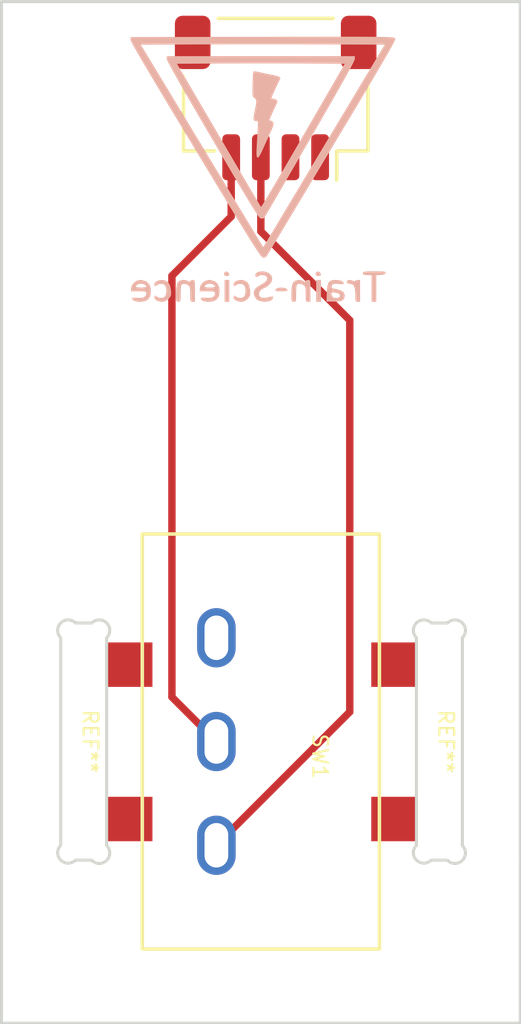
<source format=kicad_pcb>
(kicad_pcb (version 20240108) (generator "pcbnew") (generator_version "8.0")
  (layers (0 "F.Cu" signal) (31 "B.Cu" signal) (34 "B.Paste" user) (35 "F.Paste" user) (36 "B.SilkS" user "B.Silkscreen") (37 "F.SilkS" user "F.Silkscreen") (38 "B.Mask" user) (39 "F.Mask" user) (44 "Edge.Cuts" user))
  (net 0 "")
  (net 1 "Net-(J101-Pin_3)")
  (net 3 "+5V")
  (net 4 "GND")
  (footprint "custom_kicad_lib_sk:leverBoxSide" (layer "F.Cu") (at 100 150.71 -90)
    (property "Reference" "REF**" (at 0 -0.2489 -90) (layer "F.SilkS") (effects (font (size 0.5 0.5) (thickness 0.075))))
    (property "Value" "leverBoxSide" (hide yes))
    (fp_line (start -3.5 0.751099) (end 3.5 0.7511) (stroke (width 0.1)) (layer "F.SilkS"))
    (fp_line (start -4.000001 0.251099) (end -4 -0.298901) (stroke (width 0.1)) (layer "F.SilkS"))
    (fp_line (start 4 0.251099) (end 4.000001 -0.298901) (stroke (width 0.1)) (layer "F.SilkS"))
    (fp_line (start 3.5 -0.798901) (end -3.5 -0.798902) (stroke (width 0.1)) (layer "F.SilkS"))
    (fp_arc (start 4 0.7511) (mid 3.75 0.854653) (end 3.5 0.7511) (stroke (width 0.1)) (layer "F.SilkS"))
    (fp_arc (start -4.000001 0.751099) (mid -4.103554 0.501099) (end -4.000001 0.251099) (stroke (width 0.1)) (layer "F.SilkS"))
    (fp_arc (start -3.5 0.751099) (mid -3.75 0.854652) (end -4 0.751099) (stroke (width 0.1)) (layer "F.SilkS"))
    (fp_arc (start 4 0.251099) (mid 4.103554 0.501099) (end 4 0.751099) (stroke (width 0.1)) (layer "F.SilkS"))
    (fp_arc (start -4 -0.298901) (mid -4.103553 -0.548901) (end -4 -0.798901) (stroke (width 0.1)) (layer "F.SilkS"))
    (fp_arc (start 3.509999 -0.798901) (mid 3.759999 -0.902454) (end 4.009999 -0.798901) (stroke (width 0.1)) (layer "F.SilkS"))
    (fp_arc (start 4.01 -0.798901) (mid 4.113554 -0.548901) (end 4.01 -0.298901) (stroke (width 0.1)) (layer "F.SilkS"))
    (fp_arc (start -4 -0.798902) (mid -3.75 -0.902455) (end -3.5 -0.798902) (stroke (width 0.1)) (layer "F.SilkS"))
    (fp_line (start -3.5 0.7511) (end 3.5 0.751101) (stroke (width 0.1)) (layer "Edge.Cuts"))
    (fp_line (start -4.000001 0.2511) (end -4 -0.2989) (stroke (width 0.1)) (layer "Edge.Cuts"))
    (fp_line (start 4 0.2511) (end 4.000001 -0.2989) (stroke (width 0.1)) (layer "Edge.Cuts"))
    (fp_line (start 3.5 -0.7989) (end -3.5 -0.798901) (stroke (width 0.1)) (layer "Edge.Cuts"))
    (fp_arc (start 4 0.751101) (mid 3.75 0.854654) (end 3.5 0.751101) (stroke (width 0.1)) (layer "Edge.Cuts"))
    (fp_arc (start -4.000001 0.7511) (mid -4.103554 0.5011) (end -4.000001 0.2511) (stroke (width 0.1)) (layer "Edge.Cuts"))
    (fp_arc (start -3.5 0.7511) (mid -3.75 0.854653) (end -4 0.7511) (stroke (width 0.1)) (layer "Edge.Cuts"))
    (fp_arc (start 4 0.2511) (mid 4.103553 0.5011) (end 4 0.7511) (stroke (width 0.1)) (layer "Edge.Cuts"))
    (fp_arc (start -4 -0.2989) (mid -4.103553 -0.5489) (end -4 -0.7989) (stroke (width 0.1)) (layer "Edge.Cuts"))
    (fp_arc (start 3.509999 -0.7989) (mid 3.759999 -0.902453) (end 4.009999 -0.7989) (stroke (width 0.1)) (layer "Edge.Cuts"))
    (fp_arc (start 4.01 -0.7989) (mid 4.113553 -0.5489) (end 4.01 -0.2989) (stroke (width 0.1)) (layer "Edge.Cuts"))
    (fp_arc (start -4 -0.798901) (mid -3.75 -0.902454) (end -3.5 -0.798901) (stroke (width 0.1)) (layer "Edge.Cuts"))
  )
  (footprint "TestPoint:TestPoint_Pad_1.5x1.5mm" (layer "F.Cu") (at 110.475 148.117 180)
    (property "Reference" "REF**" (hide yes))
    (property "Value" "TestPoint_Pad_1.5x1.5mm")
    (pad "1" smd rect (at 0 0 180) (size 1.5 1.5) (layers "F.Cu" "F.Mask"))
  )
  (footprint "TestPoint:TestPoint_Pad_1.5x1.5mm" (layer "F.Cu") (at 110.475 153.324 180)
    (property "Reference" "REF**" (hide yes))
    (property "Value" "TestPoint_Pad_1.5x1.5mm")
    (pad "1" smd rect (at 0 0 180) (size 1.5 1.5) (layers "F.Cu" "F.Mask"))
  )
  (footprint "Connector_JST:JST_SH_SM04B-SRSS-TB_1x04-1MP_P1.00mm_Horizontal" (layer "F.Cu") (at 106.5 129 180)
    (property "Reference" "J101" (hide yes))
    (property "Value" "Conn_01x04_Pin")
    (fp_line (start 3.11 0.715) (end 3.11 -1.785) (stroke (width 0.12)) (layer "F.SilkS"))
    (fp_line (start 3.11 -1.785) (end 2.06 -1.785) (stroke (width 0.12)) (layer "F.SilkS"))
    (fp_line (start -1.94 2.685) (end 1.94 2.685) (stroke (width 0.12)) (layer "F.SilkS"))
    (fp_line (start -2.06 -1.785) (end -2.06 -2.775) (stroke (width 0.12)) (layer "F.SilkS"))
    (fp_line (start -3.11 0.715) (end -3.11 -1.785) (stroke (width 0.12)) (layer "F.SilkS"))
    (fp_line (start -3.11 -1.785) (end -2.06 -1.785) (stroke (width 0.12)) (layer "F.SilkS"))
    (pad "1" smd roundrect (at -1.5 -2 180) (size 0.6 1.55) (layers "F.Cu" "F.Paste" "F.Mask") (net 3 "+5V"))
    (pad "2" smd roundrect (at -0.5 -2 180) (size 0.6 1.55) (layers "F.Cu" "F.Paste" "F.Mask"))
    (pad "3" smd roundrect (at 0.5 -2 180) (size 0.6 1.55) (layers "F.Cu" "F.Paste" "F.Mask") (net 1 "Net-(J101-Pin_3)"))
    (pad "4" smd roundrect (at 1.5 -2 180) (size 0.6 1.55) (layers "F.Cu" "F.Paste" "F.Mask") (net 4 "GND"))
    (pad "MP" smd roundrect (at -2.8 1.875 180) (size 1.2 1.8) (layers "F.Cu" "F.Paste" "F.Mask") (roundrect_rratio 0.208333))
    (pad "MP" smd roundrect (at 2.8 1.875 180) (size 1.2 1.8) (layers "F.Cu" "F.Paste" "F.Mask") (roundrect_rratio 0.208333))
  )
  (footprint "TestPoint:TestPoint_Pad_1.5x1.5mm" (layer "F.Cu") (at 101.593 153.324 180)
    (property "Reference" "REF**" (hide yes))
    (property "Value" "TestPoint_Pad_1.5x1.5mm")
    (pad "1" smd rect (at 0 0 180) (size 1.5 1.5) (layers "F.Cu" "F.Mask"))
  )
  (footprint "TestPoint:TestPoint_Pad_1.5x1.5mm" (layer "F.Cu") (at 101.593 148.117 180)
    (property "Reference" "REF**" (hide yes))
    (property "Value" "TestPoint_Pad_1.5x1.5mm")
    (pad "1" smd rect (at 0 0 180) (size 1.5 1.5) (layers "F.Cu" "F.Mask"))
  )
  (footprint "MountingHole:MountingHole_3.2mm_M3" (layer "F.Cu") (at 106 139.065)
    (property "Reference" "REF**" (hide yes))
    (property "Value" "MountingHole_3.2mm_M3")
    (pad "" np_thru_hole circle (at 0 0) (size 3.2 3.2) (drill 3.2) (layers "*.Cu" "*.Mask"))
  )
  (footprint "custom_kicad_lib_sk:MTS_long_lever" (layer "F.Cu") (at 107.5 151.21 -90)
    (property "Reference" "SW1" (at 0 -0.5 -90) (layer "F.SilkS") (effects (font (size 0.5 0.5) (thickness 0.075))))
    (property "Value" "SW_SPDT")
    (fp_line (start -7.5 5.5) (end -0.5 5.5) (stroke (width 0.12)) (layer "F.SilkS"))
    (fp_line (start -0.5 5.5) (end 6.5 5.5) (stroke (width 0.12)) (layer "F.SilkS"))
    (fp_line (start 6.5 5.5) (end 6.5 -2.5) (stroke (width 0.12)) (layer "F.SilkS"))
    (fp_line (start -7.5 -2.5) (end -7.5 5.5) (stroke (width 0.12)) (layer "F.SilkS"))
    (fp_line (start 6.5 -2.5) (end -7.5 -2.5) (stroke (width 0.12)) (layer "F.SilkS"))
    (pad "1" thru_hole oval (at -4 3 270) (size 2 1.3) (drill oval 1.5 0.8) (layers "*.Cu" "*.Mask"))
    (pad "2" thru_hole oval (at -0.5 3 270) (size 2 1.3) (drill oval 1.5 0.8) (layers "*.Cu" "*.Mask") (net 4 "GND"))
    (pad "3" thru_hole oval (at 3 3 270) (size 2 1.3) (drill oval 1.5 0.8) (layers "*.Cu" "*.Mask") (net 1 "Net-(J101-Pin_3)"))
  )
  (footprint "custom_kicad_lib_sk:leverBoxSide" (layer "F.Cu") (at 112 150.71 -90)
    (property "Reference" "REF**" (at 0 -0.2489 -90) (layer "F.SilkS") (effects (font (size 0.5 0.5) (thickness 0.075))))
    (property "Value" "leverBoxSide" (hide yes))
    (fp_line (start -3.5 0.751099) (end 3.5 0.7511) (stroke (width 0.1)) (layer "F.SilkS"))
    (fp_line (start -4.000001 0.251099) (end -4 -0.298901) (stroke (width 0.1)) (layer "F.SilkS"))
    (fp_line (start 4 0.251099) (end 4.000001 -0.298901) (stroke (width 0.1)) (layer "F.SilkS"))
    (fp_line (start 3.5 -0.798901) (end -3.5 -0.798902) (stroke (width 0.1)) (layer "F.SilkS"))
    (fp_arc (start 4 0.7511) (mid 3.75 0.854653) (end 3.5 0.7511) (stroke (width 0.1)) (layer "F.SilkS"))
    (fp_arc (start -4.000001 0.751099) (mid -4.103554 0.501099) (end -4.000001 0.251099) (stroke (width 0.1)) (layer "F.SilkS"))
    (fp_arc (start -3.5 0.751099) (mid -3.75 0.854652) (end -4 0.751099) (stroke (width 0.1)) (layer "F.SilkS"))
    (fp_arc (start 4 0.251099) (mid 4.103554 0.501099) (end 4 0.751099) (stroke (width 0.1)) (layer "F.SilkS"))
    (fp_arc (start -4 -0.298901) (mid -4.103553 -0.548901) (end -4 -0.798901) (stroke (width 0.1)) (layer "F.SilkS"))
    (fp_arc (start 3.509999 -0.798901) (mid 3.759999 -0.902454) (end 4.009999 -0.798901) (stroke (width 0.1)) (layer "F.SilkS"))
    (fp_arc (start 4.01 -0.798901) (mid 4.113554 -0.548901) (end 4.01 -0.298901) (stroke (width 0.1)) (layer "F.SilkS"))
    (fp_arc (start -4 -0.798902) (mid -3.75 -0.902455) (end -3.5 -0.798902) (stroke (width 0.1)) (layer "F.SilkS"))
    (fp_line (start -3.5 0.7511) (end 3.5 0.751101) (stroke (width 0.1)) (layer "Edge.Cuts"))
    (fp_line (start -4.000001 0.2511) (end -4 -0.2989) (stroke (width 0.1)) (layer "Edge.Cuts"))
    (fp_line (start 4 0.2511) (end 4.000001 -0.2989) (stroke (width 0.1)) (layer "Edge.Cuts"))
    (fp_line (start 3.5 -0.7989) (end -3.5 -0.798901) (stroke (width 0.1)) (layer "Edge.Cuts"))
    (fp_arc (start 4 0.751101) (mid 3.75 0.854654) (end 3.5 0.751101) (stroke (width 0.1)) (layer "Edge.Cuts"))
    (fp_arc (start -4.000001 0.7511) (mid -4.103554 0.5011) (end -4.000001 0.2511) (stroke (width 0.1)) (layer "Edge.Cuts"))
    (fp_arc (start -3.5 0.7511) (mid -3.75 0.854653) (end -4 0.7511) (stroke (width 0.1)) (layer "Edge.Cuts"))
    (fp_arc (start 4 0.2511) (mid 4.103553 0.5011) (end 4 0.7511) (stroke (width 0.1)) (layer "Edge.Cuts"))
    (fp_arc (start -4 -0.2989) (mid -4.103553 -0.5489) (end -4 -0.7989) (stroke (width 0.1)) (layer "Edge.Cuts"))
    (fp_arc (start 3.509999 -0.7989) (mid 3.759999 -0.902453) (end 4.009999 -0.7989) (stroke (width 0.1)) (layer "Edge.Cuts"))
    (fp_arc (start 4.01 -0.7989) (mid 4.113553 -0.5489) (end 4.01 -0.2989) (stroke (width 0.1)) (layer "Edge.Cuts"))
    (fp_arc (start -4 -0.798901) (mid -3.75 -0.902454) (end -3.5 -0.798901) (stroke (width 0.1)) (layer "Edge.Cuts"))
  )
  (footprint "custom_kicad_lib_sk:Train-Science logo small" (layer "B.Cu") (at 106 131.5 180)
    (property "Reference" "G***" (hide yes))
    (property "Value" "LOGO" (hide yes))
    (fp_poly (pts (xy 1.223321 -4.3782) (xy 1.062357 -4.3782) (xy 1.062357 -3.637769) (xy 1.223321 -3.637769)) (fill solid) (layer "B.SilkS"))
    (fp_poly (pts (xy -1.867174 -4.3782) (xy -2.028137 -4.3782) (xy -2.028137 -3.637769) (xy -1.867174 -3.637769)) (fill solid) (layer "B.SilkS"))
    (fp_poly (pts (xy 1.211443 -3.365565) (xy 1.235424 -3.397528) (xy 1.241537 -3.467248) (xy 1.192998 -3.5033) (xy 1.1387 -3.508999) (xy 1.079454 -3.497959) (xy 1.066286 -3.453786) (xy 1.068167 -3.436565) (xy 1.099438 -3.378361) (xy 1.155683 -3.352714)) (fill solid) (layer "B.SilkS"))
    (fp_poly (pts (xy -1.879051 -3.365565) (xy -1.85507 -3.397528) (xy -1.848957 -3.467248) (xy -1.897497 -3.5033) (xy -1.951794 -3.508999) (xy -2.01104 -3.497959) (xy -2.024208 -3.453786) (xy -2.022328 -3.436565) (xy -1.991057 -3.378361) (xy -1.934811 -3.352714)) (fill solid) (layer "B.SilkS"))
    (fp_poly (pts (xy -0.612737 -3.9006) (xy -0.533283 -3.922266) (xy -0.490713 -3.961014) (xy -0.488845 -3.967744) (xy -0.490951 -3.998166) (xy -0.520453 -4.01526) (xy -0.590351 -4.022672) (xy -0.689781 -4.024081) (xy -0.808268 -4.020841) (xy -0.874379 -4.009353) (xy -0.899883 -3.986965) (xy -0.901394 -3.976406) (xy -0.873403 -3.933919) (xy -0.802697 -3.906845) (xy -0.709175 -3.895599)) (fill solid) (layer "B.SilkS"))
    (fp_poly (pts (xy -3.20706 -3.649174) (xy -3.187072 -3.671095) (xy -3.167366 -3.687977) (xy -3.124803 -3.671095) (xy -3.032476 -3.639196) (xy -2.952967 -3.641074) (xy -2.904379 -3.674259) (xy -2.897338 -3.702155) (xy -2.912873 -3.749633) (xy -2.970283 -3.766013) (xy -2.992091 -3.76654) (xy -3.08017 -3.784752) (xy -3.139695 -3.843818) (xy -3.1741 -3.950385) (xy -3.18682 -4.1111) (xy -3.187072 -4.143919) (xy -3.188151 -4.264488) (xy -3.194538 -4.33444) (xy -3.210963 -4.367539) (xy -3.242154 -4.377549) (xy -3.267554 -4.3782) (xy -3.348035 -4.3782) (xy -3.348035 -3.637769) (xy -3.267554 -3.637769)) (fill solid) (layer "B.SilkS"))
    (fp_poly (pts (xy -3.669632 -3.34866) (xy -3.559722 -3.351709) (xy -3.492918 -3.358945) (xy -3.458582 -3.372129) (xy -3.446076 -3.393024) (xy -3.444613 -3.412421) (xy -3.454092 -3.452657) (xy -3.493451 -3.471683) (xy -3.579073 -3.476782) (xy -3.58948 -3.476806) (xy -3.734347 -3.476806) (xy -3.734347 -4.3782) (xy -3.89531 -4.3782) (xy -3.89531 -3.480334) (xy -4.047936 -3.470522) (xy -4.148526 -3.457408) (xy -4.198923 -3.431105) (xy -4.21126 -3.404373) (xy -4.210399 -3.380588) (xy -4.190335 -3.364589) (xy -4.140901 -3.354863) (xy -4.051928 -3.349892) (xy -3.91325 -3.348161) (xy -3.833286 -3.348036)) (fill solid) (layer "B.SilkS"))
    (fp_poly (pts (xy 3.456146 -3.654371) (xy 3.543105 -3.697368) (xy 3.592791 -3.756548) (xy 3.594178 -3.814197) (xy 3.572895 -3.852981) (xy 3.542199 -3.843557) (xy 3.513841 -3.819211) (xy 3.424501 -3.7745) (xy 3.322943 -3.773442) (xy 3.238538 -3.81626) (xy 3.237661 -3.817129) (xy 3.201357 -3.890078) (xy 3.187495 -3.994878) (xy 3.196074 -4.103032) (xy 3.227095 -4.186043) (xy 3.237661 -4.198841) (xy 3.321639 -4.242246) (xy 3.423161 -4.241772) (xy 3.512857 -4.197642) (xy 3.513841 -4.196759) (xy 3.559116 -4.162129) (xy 3.582547 -4.174932) (xy 3.594178 -4.201773) (xy 3.589623 -4.267108) (xy 3.534669 -4.324764) (xy 3.443265 -4.364981) (xy 3.341993 -4.3782) (xy 3.23693 -4.364144) (xy 3.150524 -4.312169) (xy 3.116435 -4.280323) (xy 3.06227 -4.220957) (xy 3.03476 -4.166703) (xy 3.027277 -4.094215) (xy 3.032787 -3.985733) (xy 3.063239 -3.823108) (xy 3.128926 -3.713042) (xy 3.232557 -3.652527) (xy 3.346264 -3.637769)) (fill solid) (layer "B.SilkS"))
    (fp_poly (pts (xy 0.784156 -3.654371) (xy 0.871115 -3.697368) (xy 0.920801 -3.756548) (xy 0.922188 -3.814197) (xy 0.900905 -3.852981) (xy 0.870209 -3.843557) (xy 0.841851 -3.819211) (xy 0.752511 -3.7745) (xy 0.650954 -3.773442) (xy 0.566548 -3.81626) (xy 0.565671 -3.817129) (xy 0.529974 -3.888454) (xy 0.515171 -3.998249) (xy 0.515082 -4.007985) (xy 0.527932 -4.119813) (xy 0.562192 -4.195116) (xy 0.565671 -4.198841) (xy 0.649649 -4.242246) (xy 0.751171 -4.241772) (xy 0.840868 -4.197642) (xy 0.841851 -4.196759) (xy 0.887126 -4.162129) (xy 0.910558 -4.174932) (xy 0.922188 -4.201773) (xy 0.917633 -4.267108) (xy 0.862679 -4.324764) (xy 0.771275 -4.364981) (xy 0.670003 -4.3782) (xy 0.56494 -4.364144) (xy 0.478534 -4.312169) (xy 0.444446 -4.280323) (xy 0.39028 -4.220957) (xy 0.36277 -4.166703) (xy 0.355287 -4.094215) (xy 0.360798 -3.985733) (xy 0.391249 -3.823108) (xy 0.456936 -3.713042) (xy 0.560567 -3.652527) (xy 0.674274 -3.637769)) (fill solid) (layer "B.SilkS"))
    (fp_poly (pts (xy 0.08045 -3.363771) (xy 0.163476 -3.40824) (xy 0.193154 -3.477335) (xy 0.193156 -3.477939) (xy 0.170182 -3.528914) (xy 0.121334 -3.539789) (xy 0.080482 -3.508999) (xy 0.032611 -3.483439) (xy -0.047363 -3.477888) (xy -0.130866 -3.490818) (xy -0.189325 -3.520703) (xy -0.191874 -3.52355) (xy -0.21804 -3.596183) (xy -0.180966 -3.673245) (xy -0.081544 -3.753443) (xy -0.004028 -3.796699) (xy 0.136108 -3.882305) (xy 0.216714 -3.971193) (xy 0.24249 -4.071135) (xy 0.223825 -4.173564) (xy 0.164082 -4.275535) (xy 0.095495 -4.330471) (xy -0.018443 -4.366535) (xy -0.150995 -4.376193) (xy -0.274362 -4.359597) (xy -0.346956 -4.328086) (xy -0.40363 -4.272052) (xy -0.419312 -4.22251) (xy -0.394108 -4.195068) (xy -0.346071 -4.199064) (xy -0.197064 -4.233359) (xy -0.075009 -4.242002) (xy 0.005829 -4.224264) (xy 0.015788 -4.217493) (xy 0.061853 -4.14537) (xy 0.055341 -4.062595) (xy 0.002818 -3.983964) (xy -0.089151 -3.924271) (xy -0.119083 -3.913566) (xy -0.188092 -3.877866) (xy -0.269912 -3.816568) (xy -0.288095 -3.800264) (xy -0.365715 -3.694707) (xy -0.385703 -3.587357) (xy -0.353625 -3.488715) (xy -0.27505 -3.409279) (xy -0.155545 -3.359551) (xy -0.048289 -3.348036)) (fill solid) (layer "B.SilkS"))
    (fp_poly (pts (xy -2.40532 -3.645768) (xy -2.326525 -3.67613) (xy -2.275297 -3.738404) (xy -2.245189 -3.842138) (xy -2.22975 -3.996881) (xy -2.226439 -4.069661) (xy -2.215488 -4.366149) (xy -2.45432 -4.371021) (xy -2.611055 -4.367821) (xy -2.715337 -4.349617) (xy -2.763052 -4.326932) (xy -2.817997 -4.253657) (xy -2.8318 -4.157537) (xy -2.826579 -4.141434) (xy -2.663371 -4.141434) (xy -2.661178 -4.198977) (xy -2.617211 -4.235887) (xy -2.541587 -4.248708) (xy -2.462907 -4.236034) (xy -2.420887 -4.210799) (xy -2.387663 -4.147033) (xy -2.382256 -4.110009) (xy -2.391113 -4.070273) (xy -2.429399 -4.05887) (xy -2.5002 -4.066989) (xy -2.611613 -4.096669) (xy -2.663371 -4.141434) (xy -2.826579 -4.141434) (xy -2.80241 -4.066887) (xy -2.783578 -4.04369) (xy -2.714915 -4.000608) (xy -2.611053 -3.960717) (xy -2.500848 -3.933723) (xy -2.438593 -3.927683) (xy -2.39073 -3.905832) (xy -2.389171 -3.848663) (xy -2.411779 -3.801951) (xy -2.44845 -3.775964) (xy -2.522247 -3.768689) (xy -2.620538 -3.77548) (xy -2.726931 -3.782973) (xy -2.782746 -3.776184) (xy -2.800575 -3.753278) (xy -2.80076 -3.74925) (xy -2.770723 -3.693209) (xy -2.685633 -3.655257) (xy -2.553023 -3.638364) (xy -2.518132 -3.637769)) (fill solid) (layer "B.SilkS"))
    (fp_poly (pts (xy 4.191957 -3.665419) (xy 4.293411 -3.737669) (xy 4.360573 -3.838471) (xy 4.3782 -3.925027) (xy 4.3782 -4.024081) (xy 4.120659 -4.024081) (xy 3.992123 -4.025517) (xy 3.915069 -4.031892) (xy 3.876617 -4.046313) (xy 3.86389 -4.071882) (xy 3.863118 -4.086167) (xy 3.886785 -4.17496) (xy 3.959423 -4.227168) (xy 4.083491 -4.244072) (xy 4.15906 -4.240295) (xy 4.267524 -4.233706) (xy 4.325375 -4.2403) (xy 4.345405 -4.262067) (xy 4.346008 -4.269376) (xy 4.317527 -4.321331) (xy 4.243324 -4.357024) (xy 4.140255 -4.375338) (xy 4.025174 -4.375154) (xy 3.91494 -4.355354) (xy 3.826407 -4.31482) (xy 3.813457 -4.304705) (xy 3.748327 -4.223779) (xy 3.71501 -4.110586) (xy 3.710957 -4.07989) (xy 3.714938 -3.908) (xy 3.730244 -3.869557) (xy 3.863118 -3.869557) (xy 3.892233 -3.883662) (xy 3.967337 -3.893017) (xy 4.040178 -3.895311) (xy 4.137154 -3.891076) (xy 4.201466 -3.880152) (xy 4.217237 -3.869557) (xy 4.188421 -3.814477) (xy 4.114915 -3.776712) (xy 4.040178 -3.76654) (xy 3.945509 -3.783306) (xy 3.880602 -3.826073) (xy 3.863118 -3.869557) (xy 3.730244 -3.869557) (xy 3.767799 -3.775233) (xy 3.866587 -3.685192) (xy 4.008349 -3.641482) (xy 4.073248 -3.637769)) (fill solid) (layer "B.SilkS"))
    (fp_poly (pts (xy 2.715567 -3.652213) (xy 2.788671 -3.700519) (xy 2.835175 -3.79015) (xy 2.859236 -3.928568) (xy 2.865146 -4.092808) (xy 2.86448 -4.228722) (xy 2.860137 -4.312734) (xy 2.848595 -4.357328) (xy 2.826334 -4.374987) (xy 2.789834 -4.378194) (xy 2.784664 -4.3782) (xy 2.744587 -4.375415) (xy 2.72067 -4.358257) (xy 2.708742 -4.313522) (xy 2.704637 -4.228007) (xy 2.704183 -4.123292) (xy 2.70181 -3.995739) (xy 2.69553 -3.889366) (xy 2.686599 -3.82384) (xy 2.684642 -3.817462) (xy 2.638586 -3.775444) (xy 2.56069 -3.771399) (xy 2.471162 -3.805399) (xy 2.453804 -3.816654) (xy 2.417528 -3.84892) (xy 2.396019 -3.893461) (xy 2.385541 -3.966262) (xy 2.382352 -4.083304) (xy 2.382256 -4.122485) (xy 2.381383 -4.249664) (xy 2.375999 -4.325642) (xy 2.361955 -4.363601) (xy 2.335101 -4.376724) (xy 2.301774 -4.3782) (xy 2.221293 -4.3782) (xy 2.221293 -4.007985) (xy 2.22168 -3.849262) (xy 2.224378 -3.743962) (xy 2.231689 -3.681124) (xy 2.245918 -3.649787) (xy 2.269368 -3.638988) (xy 2.299092 -3.637769) (xy 2.364561 -3.652507) (xy 2.391646 -3.67801) (xy 2.413142 -3.702107) (xy 2.449056 -3.67801) (xy 2.508105 -3.651219) (xy 2.597263 -3.63805) (xy 2.611707 -3.637769)) (fill solid) (layer "B.SilkS"))
    (fp_poly (pts (xy 1.874086 -3.665419) (xy 1.97554 -3.737669) (xy 2.042702 -3.838471) (xy 2.06033 -3.925027) (xy 2.06033 -4.024081) (xy 1.802788 -4.024081) (xy 1.674253 -4.025517) (xy 1.597198 -4.031892) (xy 1.558746 -4.046313) (xy 1.54602 -4.071882) (xy 1.545247 -4.086167) (xy 1.568914 -4.17496) (xy 1.641552 -4.227168) (xy 1.76562 -4.244072) (xy 1.841189 -4.240295) (xy 1.949653 -4.233706) (xy 2.007504 -4.2403) (xy 2.027535 -4.262067) (xy 2.028137 -4.269376) (xy 1.999657 -4.321331) (xy 1.925454 -4.357024) (xy 1.822384 -4.375338) (xy 1.707304 -4.375154) (xy 1.597069 -4.355354) (xy 1.508536 -4.31482) (xy 1.495586 -4.304705) (xy 1.430456 -4.223779) (xy 1.397139 -4.110586) (xy 1.393087 -4.07989) (xy 1.397067 -3.908) (xy 1.412373 -3.869557) (xy 1.545247 -3.869557) (xy 1.574363 -3.883662) (xy 1.649466 -3.893017) (xy 1.722307 -3.895311) (xy 1.819283 -3.891076) (xy 1.883595 -3.880152) (xy 1.899366 -3.869557) (xy 1.87055 -3.814477) (xy 1.797044 -3.776712) (xy 1.722307 -3.76654) (xy 1.627639 -3.783306) (xy 1.562731 -3.826073) (xy 1.545247 -3.869557) (xy 1.412373 -3.869557) (xy 1.449928 -3.775233) (xy 1.548716 -3.685192) (xy 1.690478 -3.641482) (xy 1.755377 -3.637769)) (fill solid) (layer "B.SilkS"))
    (fp_poly (pts (xy -1.179743 -3.652213) (xy -1.106639 -3.700519) (xy -1.060135 -3.79015) (xy -1.036075 -3.928568) (xy -1.030165 -4.092808) (xy -1.03083 -4.228722) (xy -1.035174 -4.312734) (xy -1.046716 -4.357328) (xy -1.068976 -4.374987) (xy -1.105476 -4.378194) (xy -1.110646 -4.3782) (xy -1.150723 -4.375415) (xy -1.174641 -4.358257) (xy -1.186568 -4.313522) (xy -1.190674 -4.228007) (xy -1.191128 -4.123292) (xy -1.193501 -3.995739) (xy -1.199781 -3.889366) (xy -1.208712 -3.82384) (xy -1.210669 -3.817462) (xy -1.256725 -3.775444) (xy -1.33462 -3.771399) (xy -1.424149 -3.805399) (xy -1.441506 -3.816654) (xy -1.477783 -3.84892) (xy -1.499291 -3.893461) (xy -1.50977 -3.966262) (xy -1.512958 -4.083304) (xy -1.513054 -4.122485) (xy -1.513927 -4.249664) (xy -1.519311 -4.325642) (xy -1.533355 -4.363601) (xy -1.560209 -4.376724) (xy -1.593536 -4.3782) (xy -1.674018 -4.3782) (xy -1.674018 -4.007985) (xy -1.67363 -3.849262) (xy -1.670933 -3.743962) (xy -1.663621 -3.681124) (xy -1.649392 -3.649787) (xy -1.625943 -3.638988) (xy -1.596219 -3.637769) (xy -1.53075 -3.652507) (xy -1.503665 -3.67801) (xy -1.482168 -3.702107) (xy -1.446255 -3.67801) (xy -1.387205 -3.651219) (xy -1.298048 -3.63805) (xy -1.283604 -3.637769)) (fill solid) (layer "B.SilkS"))
    (fp_poly (pts (xy 0.250482 3.398018) (xy 0.258312 3.360431) (xy 0.266207 3.271171) (xy 0.273323 3.142944) (xy 0.278815 2.988455) (xy 0.279494 2.961822) (xy 0.283147 2.79102) (xy 0.28333 2.672993) (xy 0.27842 2.596159) (xy 0.266793 2.548934) (xy 0.246824 2.519735) (xy 0.216889 2.496979) (xy 0.214047 2.495112) (xy 0.177374 2.463714) (xy 0.157846 2.420729) (xy 0.155167 2.353836) (xy 0.169042 2.250716) (xy 0.199173 2.099046) (xy 0.20399 2.076426) (xy 0.234196 1.927607) (xy 0.248081 1.829473) (xy 0.244797 1.770209) (xy 0.223496 1.738003) (xy 0.183328 1.721039) (xy 0.178383 1.719762) (xy 0.093995 1.698582) (xy 0.113104 1.340229) (xy 0.122361 1.168329) (xy 0.13182 0.9955) (xy 0.140114 0.846597) (xy 0.144094 0.776804) (xy 0.147732 0.616402) (xy 0.136399 0.518612) (xy 0.110043 0.48341) (xy 0.068612 0.510774) (xy 0.012053 0.600683) (xy -0.036281 0.70019) (xy -0.094889 0.829583) (xy -0.151819 0.955614) (xy -0.192615 1.046261) (xy -0.235959 1.142058) (xy -0.293724 1.268625) (xy -0.352412 1.396402) (xy -0.410483 1.535855) (xy -0.432862 1.630868) (xy -0.419591 1.690556) (xy -0.370712 1.724039) (xy -0.353957 1.729118) (xy -0.302087 1.746117) (xy -0.289734 1.754248) (xy -0.301976 1.787815) (xy -0.333966 1.863803) (xy -0.378601 1.966115) (xy -0.428778 2.078653) (xy -0.477393 2.185319) (xy -0.517132 2.269582) (xy -0.553917 2.350924) (xy -0.561542 2.396199) (xy -0.540994 2.426228) (xy -0.525165 2.438593) (xy -0.452176 2.472508) (xy -0.412351 2.478834) (xy -0.36338 2.484926) (xy -0.354119 2.492061) (xy -0.366789 2.526986) (xy -0.400137 2.60474) (xy -0.447168 2.710013) (xy -0.500888 2.827498) (xy -0.554304 2.941887) (xy -0.600421 3.037873) (xy -0.630486 3.096942) (xy -0.659596 3.160107) (xy -0.65177 3.193594) (xy -0.620583 3.213855) (xy -0.53333 3.246777) (xy -0.395236 3.27925) (xy -0.273637 3.301207) (xy -0.190498 3.31751) (xy -0.07335 3.34338) (xy 0.027233 3.367139) (xy 0.134416 3.389945) (xy 0.215087 3.40089)) (fill solid) (layer "B.SilkS"))
    (fp_poly (pts (xy 3.179239 3.830925) (xy 3.169077 3.796052) (xy 3.134748 3.721875) (xy 3.075339 3.60678) (xy 2.989941 3.449155) (xy 2.877641 3.24739) (xy 2.737526 2.999872) (xy 2.568687 2.704989) (xy 2.370211 2.361128) (xy 2.141187 1.966679) (xy 1.880703 1.52003) (xy 1.631778 1.09455) (xy 1.368647 0.645596) (xy 1.135907 0.249143) (xy 0.93161 -0.097982) (xy 0.753807 -0.398953) (xy 0.60055 -0.656942) (xy 0.469891 -0.875124) (xy 0.359881 -1.05667) (xy 0.268572 -1.204755) (xy 0.194014 -1.322552) (xy 0.134261 -1.413233) (xy 0.087362 -1.479973) (xy 0.051371 -1.525943) (xy 0.024337 -1.554318) (xy 0.004314 -1.568271) (xy -0.004969 -1.571019) (xy -0.078828 -1.563333) (xy -0.118283 -1.538827) (xy -0.138767 -1.505458) (xy -0.189191 -1.420294) (xy -0.267262 -1.287274) (xy -0.370688 -1.110339) (xy -0.497173 -0.893428) (xy -0.644426 -0.640482) (xy -0.810153 -0.355441) (xy -0.99206 -0.042244) (xy -1.187855 0.295169) (xy -1.395243 0.652857) (xy -1.611932 1.02688) (xy -1.660439 1.110646) (xy -1.943382 1.600038) (xy -2.194371 2.035755) (xy -2.414343 2.419476) (xy -2.604234 2.752877) (xy -2.764981 3.037634) (xy -2.89752 3.275425) (xy -3.002787 3.467927) (xy -3.081719 3.616816) (xy -3.100264 3.653866) (xy -2.831057 3.653866) (xy -1.427803 1.229825) (xy -1.217976 0.867944) (xy -1.017222 0.522838) (xy -0.827885 0.198474) (xy -0.652308 -0.101185) (xy -0.492836 -0.372174) (xy -0.351814 -0.61053) (xy -0.231586 -0.812287) (xy -0.134496 -0.973481) (xy -0.062889 -1.090149) (xy -0.019109 -1.158326) (xy -0.005551 -1.175218) (xy 0.013203 -1.145197) (xy 0.062076 -1.063637) (xy 0.138687 -0.934577) (xy 0.240658 -0.762061) (xy 0.365609 -0.55013) (xy 0.511161 -0.302826) (xy 0.674935 -0.02419) (xy 0.854552 0.281735) (xy 1.047632 0.610908) (xy 1.251797 0.959287) (xy 1.421346 1.248823) (xy 2.829247 3.653866) (xy 1.414623 3.662249) (xy 1.04211 3.663984) (xy 0.624153 3.665121) (xy 0.179691 3.665659) (xy -0.272337 3.665598) (xy -0.712992 3.664938) (xy -1.123334 3.663678) (xy -1.415529 3.662249) (xy -2.831057 3.653866) (xy -3.100264 3.653866) (xy -3.135253 3.723769) (xy -3.164325 3.790463) (xy -3.17064 3.814829) (xy -3.170976 3.911407) (xy 3.170976 3.911407)) (fill solid) (layer "B.SilkS"))
    (fp_poly (pts (xy -2.177236 4.566716) (xy -1.724771 4.566214) (xy -1.217326 4.565463) (xy -0.651718 4.564501) (xy -0.055144 4.563421) (xy 4.394297 4.55526) (xy 4.402412 4.474778) (xy 4.392766 4.444092) (xy 4.360546 4.377472) (xy 4.304831 4.273357) (xy 4.224701 4.130187) (xy 4.119236 3.9464) (xy 3.987517 3.720436) (xy 3.828623 3.450735) (xy 3.641634 3.135735) (xy 3.425631 2.773875) (xy 3.179692 2.363596) (xy 2.902899 1.903335) (xy 2.594331 1.391532) (xy 2.253068 0.826627) (xy 2.210681 0.756527) (xy 1.892208 0.230049) (xy 1.605234 -0.243951) (xy 1.348069 -0.66817) (xy 1.119028 -1.045302) (xy 0.916421 -1.378044) (xy 0.738561 -1.669091) (xy 0.583761 -1.921141) (xy 0.450332 -2.136888) (xy 0.336586 -2.319029) (xy 0.240836 -2.470259) (xy 0.161394 -2.593274) (xy 0.096573 -2.690771) (xy 0.044683 -2.765444) (xy 0.004038 -2.819991) (xy -0.02705 -2.857107) (xy -0.05027 -2.879488) (xy -0.067308 -2.88983) (xy -0.073048 -2.891234) (xy -0.156237 -2.877194) (xy -0.204854 -2.826849) (xy -0.227047 -2.790521) (xy -0.280348 -2.702298) (xy -0.362758 -2.565508) (xy -0.47228 -2.383476) (xy -0.606914 -2.159531) (xy -0.764662 -1.897) (xy -0.943527 -1.599208) (xy -1.141509 -1.269484) (xy -1.356611 -0.911155) (xy -1.586834 -0.527547) (xy -1.830181 -0.121988) (xy -2.084652 0.302196) (xy -2.348249 0.741676) (xy -2.411808 0.847656) (xy -2.72913 1.377004) (xy -3.014693 1.853894) (xy -3.270035 2.280976) (xy -3.496692 2.660897) (xy -3.696204 2.996307) (xy -3.870107 3.289854) (xy -4.01994 3.544188) (xy -4.147239 3.761957) (xy -4.253544 3.94581) (xy -4.340391 4.098397) (xy -4.409319 4.222366) (xy -4.449721 4.297718) (xy -4.178624 4.297718) (xy -0.08088 -2.532058) (xy 0.192957 -2.079549) (xy 0.247331 -1.989669) (xy 0.332405 -1.84901) (xy 0.445566 -1.661887) (xy 0.584205 -1.43262) (xy 0.74571 -1.165527) (xy 0.92747 -0.864926) (xy 1.126875 -0.535135) (xy 1.341313 -0.180472) (xy 1.568173 0.194744) (xy 1.804844 0.586196) (xy 2.048716 0.989564) (xy 2.257763 1.33534) (xy 4.048733 4.297718) (xy 1.992174 4.306003) (xy 1.548356 4.307468) (xy 1.05587 4.308526) (xy 0.530432 4.309176) (xy -0.012241 4.309419) (xy -0.556433 4.309254) (xy -1.086428 4.308682) (xy -1.58651 4.307702) (xy -2.040962 4.306315) (xy -2.121505 4.306003) (xy -4.178624 4.297718) (xy -4.449721 4.297718) (xy -4.461864 4.320365) (xy -4.499566 4.395045) (xy -4.523961 4.449053) (xy -4.536588 4.485039) (xy -4.538984 4.505651) (xy -4.537712 4.509683) (xy -4.531875 4.518362) (xy -4.522005 4.526181) (xy -4.504918 4.533179) (xy -4.47743 4.539392) (xy -4.436357 4.54486) (xy -4.378514 4.549621) (xy -4.300717 4.553712) (xy -4.199782 4.557172) (xy -4.072525 4.560039) (xy -3.915762 4.562352) (xy -3.726308 4.564148) (xy -3.50098 4.565466) (xy -3.236592 4.566343) (xy -2.929962 4.566818) (xy -2.577905 4.56693)) (fill solid) (layer "B.SilkS"))
  )
  (gr_line (start 114.75 154.71) (end 114.75 160.21) (stroke (width 0.1)) (layer "Edge.Cuts"))
  (gr_line (start 114.75 154.71) (end 114.75 125.75) (stroke (width 0.1)) (layer "Edge.Cuts"))
  (gr_line (start 114.75 160.21) (end 97.25 160.21) (stroke (width 0.1)) (layer "Edge.Cuts"))
  (gr_line (start 97.249999 125.75) (end 97.25 160.21) (stroke (width 0.1)) (layer "Edge.Cuts"))
  (gr_line (start 114.75 125.75) (end 97.249999 125.75) (stroke (width 0.1)) (layer "Edge.Cuts"))
  (segment (start 106 133.5) (end 106 131) (width 0.25) (layer "F.Cu") (net 1))
  (segment (start 104.5 154.21) (end 109 149.71) (width 0.25) (layer "F.Cu") (net 1))
  (segment (start 109 149.71) (end 109 136.5) (width 0.25) (layer "F.Cu") (net 1))
  (segment (start 109 136.5) (end 106 133.5) (width 0.25) (layer "F.Cu") (net 1))
  (segment (start 105 133) (end 105 131) (width 0.25) (layer "F.Cu") (net 4))
  (segment (start 103 149.21) (end 103 135) (width 0.25) (layer "F.Cu") (net 4))
  (segment (start 103 135) (end 105 133) (width 0.25) (layer "F.Cu") (net 4))
  (segment (start 104.5 150.71) (end 103 149.21) (width 0.25) (layer "F.Cu") (net 4))
)
</source>
